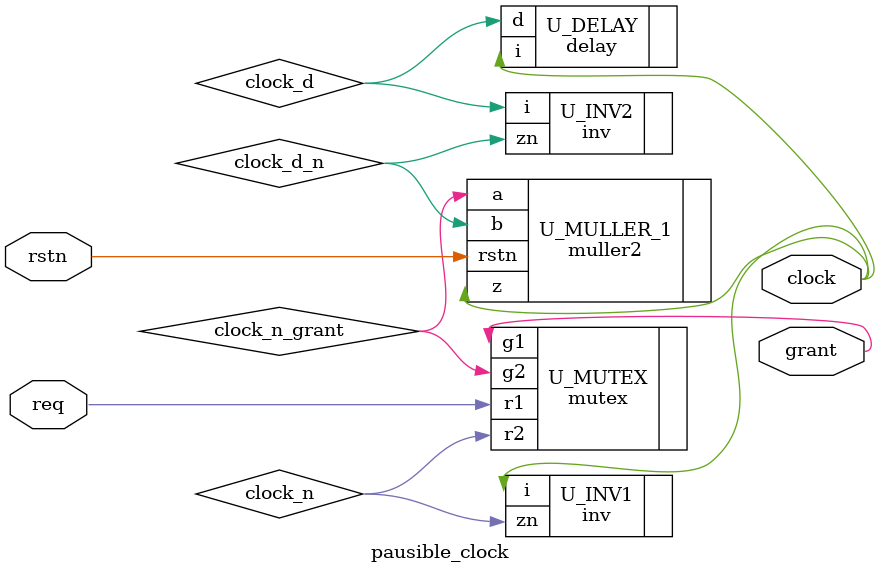
<source format=v>

module pausible_clock (/*AUTOARG*/
  // Outputs
  grant, clock,
  // Inputs
  req, rstn
  );
  input req;
  output grant;
  output clock;
  
  input  rstn;

  parameter DELAY=10;
  
  /*AUTOINPUT*/
  /*AUTOOUTPUT*/
  
  /*AUTOREG*/
  /*AUTOWIRE*/

  wire                  clock;
  wire                  grant;

  inv U_INV1(.i(clock),.zn(clock_n));

  delay #(.DELAY(DELAY)) U_DELAY(.i(clock),.d(clock_d));
  inv U_INV2(.i(clock_d),.zn(clock_d_n));
  
  muller2 U_MULLER_1(.a(clock_n_grant),.b(clock_d_n),.rstn(rstn),.z(clock));
  
  mutex U_MUTEX(
                .r1(req),
                .r2(clock_n),
                .g1(grant),
                .g2(clock_n_grant)
                );

  
  
endmodule // pausible_clock
/*  
 Local Variables:
 verilog-library-directories:(
 "."
 )
 End:
 */

</source>
